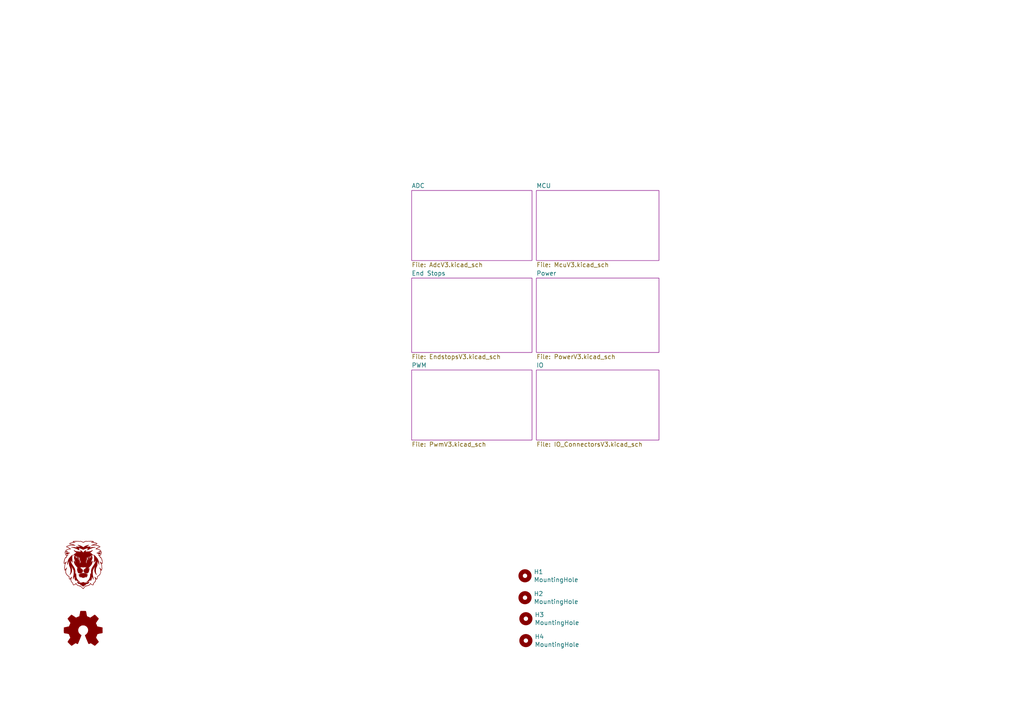
<source format=kicad_sch>
(kicad_sch (version 20210126) (generator eeschema)
  (paper "A4")
  (lib_symbols
    (symbol "Graphic:Logo_Open_Hardware_Small" (pin_names (offset 1.016)))
    (symbol "Mechanical:MountingHole" (pin_names (offset 1.016))
      (property "Reference" "H" (at 0 5.08 0))
      (property "Value" "MountingHole" (at 0 3.175 0))
    )
    (symbol "lion_logo:LION_LOGO" (pin_names (offset 1.016)))
  )
  (symbol (lib_id "Mechanical:MountingHole") (at 152.273 167.005 0) (unit 1) (in_bom no)
    (property "Reference" "H1" (at 154.8131 165.8556 0) (effects (justify left)))
    (property "Value" "MountingHole" (at 154.8131 168.1543 0) (effects (justify left)))
    (property "Footprint" "MountingHole:MountingHole_3.2mm_M3_ISO7380_Pad" (effects hide))
  )
  (symbol (lib_id "Mechanical:MountingHole") (at 152.273 173.355 0) (unit 1) (in_bom no)
    (property "Reference" "H2" (at 154.8131 172.2056 0) (effects (justify left)))
    (property "Value" "MountingHole" (at 154.8131 174.5043 0) (effects (justify left)))
    (property "Footprint" "MountingHole:MountingHole_3.2mm_M3_ISO7380_Pad" (effects hide))
  )
  (symbol (lib_id "Mechanical:MountingHole") (at 152.527 179.451 0) (unit 1) (in_bom no)
    (property "Reference" "H3" (at 155.0671 178.3016 0) (effects (justify left)))
    (property "Value" "MountingHole" (at 155.0671 180.6003 0) (effects (justify left)))
    (property "Footprint" "MountingHole:MountingHole_3.2mm_M3_ISO7380_Pad" (effects hide))
  )
  (symbol (lib_id "Mechanical:MountingHole") (at 152.527 185.801 0) (unit 1) (in_bom no)
    (property "Reference" "H4" (at 155.0671 184.6516 0) (effects (justify left)))
    (property "Value" "MountingHole" (at 155.0671 186.9503 0) (effects (justify left)))
    (property "Footprint" "MountingHole:MountingHole_3.2mm_M3_ISO7380_Pad" (effects hide))
  )
  (symbol (lib_id "Graphic:Logo_Open_Hardware_Small") (at 24.13 182.88 0) (unit 1) (in_bom no)
    (property "Reference" "LOGO1" (effects hide))
    (property "Value" "Logo_Open_Hardware_Small" (effects hide))
    (property "Footprint" "Symbol:OSHW-Logo_7.5x8mm_SilkScreen" (effects hide))
  )
  (symbol (lib_id "lion_logo:LION_LOGO") (at 24.13 163.83 0) (unit 1) (in_bom no)
    (property "Reference" "G1" (effects hide))
    (property "Value" "LION_LOGO" (effects hide))
    (property "Footprint" "PrntrBoardV2:lion_logo_big" (effects hide))
  )
  (sheet (at 119.38 55.245) (size 34.925 20.32) (stroke (width 0.001) (color 132 0 132 1)) (fill (color 255 255 255 0.0000))
    (property "Sheet name" "ADC" (at 119.38 54.6091 0) (effects (justify left bottom)))
    (property "Sheet file" "AdcV3.kicad_sch" (at 119.38 76.0739 0) (effects (justify left top)))
  )
  (sheet (at 119.38 80.645) (size 34.925 21.59) (stroke (width 0.001) (color 132 0 132 1)) (fill (color 255 255 255 0.0000))
    (property "Sheet name" "End Stops" (at 119.38 80.0091 0) (effects (justify left bottom)))
    (property "Sheet file" "EndstopsV3.kicad_sch" (at 119.38 102.7439 0) (effects (justify left top)))
  )
  (sheet (at 155.575 107.315) (size 35.56 20.32) (stroke (width 0.001) (color 132 0 132 1)) (fill (color 255 255 255 0.0000))
    (property "Sheet name" "IO" (at 155.575 106.6791 0) (effects (justify left bottom)))
    (property "Sheet file" "IO_ConnectorsV3.kicad_sch" (at 155.575 128.1439 0) (effects (justify left top)))
  )
  (sheet (at 155.575 55.245) (size 35.56 20.32) (stroke (width 0.001) (color 132 0 132 1)) (fill (color 255 255 255 0.0000))
    (property "Sheet name" "MCU" (at 155.575 54.6091 0) (effects (justify left bottom)))
    (property "Sheet file" "McuV3.kicad_sch" (at 155.575 76.0739 0) (effects (justify left top)))
  )
  (sheet (at 119.38 107.315) (size 34.925 20.32) (stroke (width 0.001) (color 132 0 132 1)) (fill (color 255 255 255 0.0000))
    (property "Sheet name" "PWM" (at 119.38 106.6791 0) (effects (justify left bottom)))
    (property "Sheet file" "PwmV3.kicad_sch" (at 119.38 128.1439 0) (effects (justify left top)))
  )
  (sheet (at 155.575 80.645) (size 35.56 21.59) (stroke (width 0.001) (color 132 0 132 1)) (fill (color 255 255 255 0.0000))
    (property "Sheet name" "Power" (at 155.575 80.0091 0) (effects (justify left bottom)))
    (property "Sheet file" "PowerV3.kicad_sch" (at 155.575 102.7439 0) (effects (justify left top)))
  )
)
</source>
